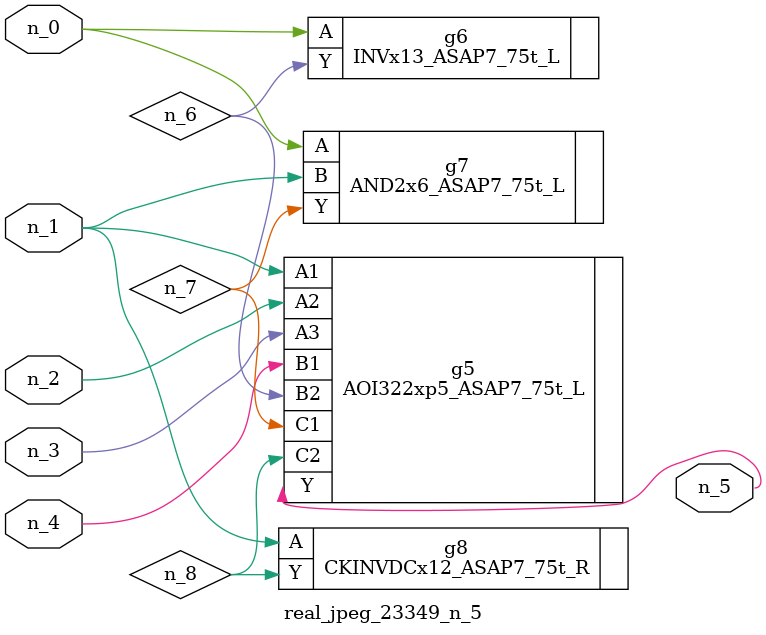
<source format=v>
module real_jpeg_23349_n_5 (n_4, n_0, n_1, n_2, n_3, n_5);

input n_4;
input n_0;
input n_1;
input n_2;
input n_3;

output n_5;

wire n_8;
wire n_6;
wire n_7;

INVx13_ASAP7_75t_L g6 ( 
.A(n_0),
.Y(n_6)
);

AND2x6_ASAP7_75t_L g7 ( 
.A(n_0),
.B(n_1),
.Y(n_7)
);

AOI322xp5_ASAP7_75t_L g5 ( 
.A1(n_1),
.A2(n_2),
.A3(n_3),
.B1(n_4),
.B2(n_6),
.C1(n_7),
.C2(n_8),
.Y(n_5)
);

CKINVDCx12_ASAP7_75t_R g8 ( 
.A(n_1),
.Y(n_8)
);


endmodule
</source>
